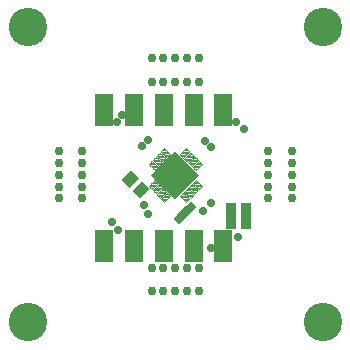
<source format=gbr>
G04 EAGLE Gerber X2 export*
%TF.Part,Single*%
%TF.FileFunction,Soldermask,Bot,1*%
%TF.FilePolarity,Negative*%
%TF.GenerationSoftware,Autodesk,EAGLE,9.0.1*%
%TF.CreationDate,2018-12-20T19:56:33Z*%
G75*
%MOMM*%
%FSLAX34Y34*%
%LPD*%
%AMOC8*
5,1,8,0,0,1.08239X$1,22.5*%
G01*
%ADD10C,3.250000*%
%ADD11C,0.750000*%
%ADD12C,0.125000*%
%ADD13R,2.850000X2.850000*%
%ADD14R,0.950000X1.150000*%
%ADD15C,0.700000*%
%ADD16R,1.520000X2.790000*%
%ADD17R,0.530000X0.680000*%


D10*
X-125000Y-125000D03*
X125000Y-125000D03*
X-125000Y125000D03*
X125000Y125000D03*
D11*
X-20000Y78500D03*
X-10000Y78500D03*
X0Y78500D03*
X10000Y78500D03*
X20000Y78500D03*
X-20000Y98500D03*
X-10000Y98500D03*
X0Y98500D03*
X10000Y98500D03*
X20000Y98500D03*
X-78600Y-19900D03*
X-78600Y-9900D03*
X-78600Y100D03*
X-78600Y10100D03*
X-78600Y20100D03*
X-98600Y-19900D03*
X-98600Y-9900D03*
X-98600Y100D03*
X-98600Y10100D03*
X-98600Y20100D03*
X98500Y-20000D03*
X98500Y-10000D03*
X98500Y0D03*
X98500Y10000D03*
X98500Y20000D03*
X78500Y-20000D03*
X78500Y-10000D03*
X78500Y0D03*
X78500Y10000D03*
X78500Y20000D03*
X-20000Y-98500D03*
X-10000Y-98500D03*
X0Y-98500D03*
X10000Y-98500D03*
X20000Y-98500D03*
X-20000Y-78500D03*
X-10000Y-78500D03*
X0Y-78500D03*
X10000Y-78500D03*
X20000Y-78500D03*
D12*
X12121Y-20175D02*
X6995Y-15049D01*
X12121Y-20175D02*
X9469Y-22827D01*
X4343Y-17701D01*
X6995Y-15049D01*
X8220Y-21578D02*
X10718Y-21578D01*
X11967Y-20329D02*
X6971Y-20329D01*
X5722Y-19080D02*
X11026Y-19080D01*
X9777Y-17831D02*
X4473Y-17831D01*
X5462Y-16582D02*
X8528Y-16582D01*
X7279Y-15333D02*
X6711Y-15333D01*
X10530Y-11514D02*
X15656Y-16640D01*
X13004Y-19292D01*
X7878Y-14166D01*
X10530Y-11514D01*
X11755Y-18043D02*
X14253Y-18043D01*
X15502Y-16794D02*
X10506Y-16794D01*
X9257Y-15545D02*
X14561Y-15545D01*
X13312Y-14296D02*
X8008Y-14296D01*
X8997Y-13047D02*
X12063Y-13047D01*
X10814Y-11798D02*
X10246Y-11798D01*
X14066Y-7978D02*
X19192Y-13104D01*
X16540Y-15756D01*
X11414Y-10630D01*
X14066Y-7978D01*
X15291Y-14507D02*
X17789Y-14507D01*
X19038Y-13258D02*
X14042Y-13258D01*
X12793Y-12009D02*
X18097Y-12009D01*
X16848Y-10760D02*
X11544Y-10760D01*
X12533Y-9511D02*
X15599Y-9511D01*
X14350Y-8262D02*
X13782Y-8262D01*
X17601Y-4443D02*
X22727Y-9569D01*
X20075Y-12221D01*
X14949Y-7095D01*
X17601Y-4443D01*
X18826Y-10972D02*
X21324Y-10972D01*
X22573Y-9723D02*
X17577Y-9723D01*
X16328Y-8474D02*
X21632Y-8474D01*
X20383Y-7225D02*
X15079Y-7225D01*
X16068Y-5976D02*
X19134Y-5976D01*
X17885Y-4727D02*
X17317Y-4727D01*
X-14749Y6695D02*
X-19875Y11821D01*
X-14749Y6695D02*
X-17401Y4043D01*
X-22527Y9169D01*
X-19875Y11821D01*
X-18650Y5292D02*
X-16152Y5292D01*
X-14903Y6541D02*
X-19899Y6541D01*
X-21148Y7790D02*
X-15844Y7790D01*
X-17093Y9039D02*
X-22397Y9039D01*
X-21408Y10288D02*
X-18342Y10288D01*
X-19591Y11537D02*
X-20159Y11537D01*
X-16340Y15356D02*
X-11214Y10230D01*
X-13866Y7578D01*
X-18992Y12704D01*
X-16340Y15356D01*
X-15115Y8827D02*
X-12617Y8827D01*
X-11368Y10076D02*
X-16364Y10076D01*
X-17613Y11325D02*
X-12309Y11325D01*
X-13558Y12574D02*
X-18862Y12574D01*
X-17873Y13823D02*
X-14807Y13823D01*
X-16056Y15072D02*
X-16624Y15072D01*
X-12804Y18892D02*
X-7678Y13766D01*
X-10330Y11114D01*
X-15456Y16240D01*
X-12804Y18892D01*
X-11579Y12363D02*
X-9081Y12363D01*
X-7832Y13612D02*
X-12828Y13612D01*
X-14077Y14861D02*
X-8773Y14861D01*
X-10022Y16110D02*
X-15326Y16110D01*
X-14337Y17359D02*
X-11271Y17359D01*
X-12520Y18608D02*
X-13088Y18608D01*
X-9269Y22427D02*
X-4143Y17301D01*
X-6795Y14649D01*
X-11921Y19775D01*
X-9269Y22427D01*
X-8044Y15898D02*
X-5546Y15898D01*
X-4297Y17147D02*
X-9293Y17147D01*
X-10542Y18396D02*
X-5238Y18396D01*
X-6487Y19645D02*
X-11791Y19645D01*
X-10802Y20894D02*
X-7736Y20894D01*
X-8985Y22143D02*
X-9553Y22143D01*
X6995Y14649D02*
X12121Y19775D01*
X6995Y14649D02*
X4343Y17301D01*
X9469Y22427D01*
X12121Y19775D01*
X8244Y15898D02*
X5746Y15898D01*
X4497Y17147D02*
X9493Y17147D01*
X10742Y18396D02*
X5438Y18396D01*
X6687Y19645D02*
X11991Y19645D01*
X11002Y20894D02*
X7936Y20894D01*
X9185Y22143D02*
X9753Y22143D01*
X15656Y16240D02*
X10530Y11114D01*
X7878Y13766D01*
X13004Y18892D01*
X15656Y16240D01*
X11779Y12363D02*
X9281Y12363D01*
X8032Y13612D02*
X13028Y13612D01*
X14277Y14861D02*
X8973Y14861D01*
X10222Y16110D02*
X15526Y16110D01*
X14537Y17359D02*
X11471Y17359D01*
X12720Y18608D02*
X13288Y18608D01*
X19192Y12704D02*
X14066Y7578D01*
X11414Y10230D01*
X16540Y15356D01*
X19192Y12704D01*
X15315Y8827D02*
X12817Y8827D01*
X11568Y10076D02*
X16564Y10076D01*
X17813Y11325D02*
X12509Y11325D01*
X13758Y12574D02*
X19062Y12574D01*
X18073Y13823D02*
X15007Y13823D01*
X16256Y15072D02*
X16824Y15072D01*
X20075Y11821D02*
X14949Y6695D01*
X20075Y11821D02*
X22727Y9169D01*
X17601Y4043D01*
X14949Y6695D01*
X16352Y5292D02*
X18850Y5292D01*
X20099Y6541D02*
X15103Y6541D01*
X16044Y7790D02*
X21348Y7790D01*
X22597Y9039D02*
X17293Y9039D01*
X18542Y10288D02*
X21608Y10288D01*
X20359Y11537D02*
X19791Y11537D01*
X-14749Y-7095D02*
X-19875Y-12221D01*
X-22527Y-9569D01*
X-17401Y-4443D01*
X-14749Y-7095D01*
X-18626Y-10972D02*
X-21124Y-10972D01*
X-22373Y-9723D02*
X-17377Y-9723D01*
X-16128Y-8474D02*
X-21432Y-8474D01*
X-20183Y-7225D02*
X-14879Y-7225D01*
X-15868Y-5976D02*
X-18934Y-5976D01*
X-17685Y-4727D02*
X-17117Y-4727D01*
X-11214Y-10630D02*
X-16340Y-15756D01*
X-18992Y-13104D01*
X-13866Y-7978D01*
X-11214Y-10630D01*
X-15091Y-14507D02*
X-17589Y-14507D01*
X-18838Y-13258D02*
X-13842Y-13258D01*
X-12593Y-12009D02*
X-17897Y-12009D01*
X-16648Y-10760D02*
X-11344Y-10760D01*
X-12333Y-9511D02*
X-15399Y-9511D01*
X-14150Y-8262D02*
X-13582Y-8262D01*
X-7678Y-14166D02*
X-12804Y-19292D01*
X-15456Y-16640D01*
X-10330Y-11514D01*
X-7678Y-14166D01*
X-11555Y-18043D02*
X-14053Y-18043D01*
X-15302Y-16794D02*
X-10306Y-16794D01*
X-9057Y-15545D02*
X-14361Y-15545D01*
X-13112Y-14296D02*
X-7808Y-14296D01*
X-8797Y-13047D02*
X-11863Y-13047D01*
X-10614Y-11798D02*
X-10046Y-11798D01*
X-6795Y-15049D02*
X-11921Y-20175D01*
X-6795Y-15049D02*
X-4143Y-17701D01*
X-9269Y-22827D01*
X-11921Y-20175D01*
X-10518Y-21578D02*
X-8020Y-21578D01*
X-6771Y-20329D02*
X-11767Y-20329D01*
X-10826Y-19080D02*
X-5522Y-19080D01*
X-4273Y-17831D02*
X-9577Y-17831D01*
X-8328Y-16582D02*
X-5262Y-16582D01*
X-6511Y-15333D02*
X-7079Y-15333D01*
D13*
G36*
X100Y19952D02*
X20252Y-200D01*
X100Y-20352D01*
X-20052Y-200D01*
X100Y19952D01*
G37*
D14*
X47100Y-29700D03*
X60100Y-29700D03*
X47100Y-40200D03*
X60100Y-40200D03*
G36*
X-28097Y-5172D02*
X-21380Y-11889D01*
X-29511Y-20020D01*
X-36228Y-13303D01*
X-28097Y-5172D01*
G37*
G36*
X-37289Y4020D02*
X-30572Y-2697D01*
X-38703Y-10828D01*
X-45420Y-4111D01*
X-37289Y4020D01*
G37*
D15*
X-23200Y29600D03*
X-49600Y44800D03*
X-28500Y24000D03*
X30100Y23900D03*
X58400Y38900D03*
X25600Y28700D03*
X23900Y-30300D03*
X30100Y-62200D03*
X30400Y-23700D03*
X-26500Y-25200D03*
X-53900Y-39800D03*
X-23000Y-33300D03*
X-45000Y50400D03*
X51100Y44900D03*
X52800Y-52400D03*
X-48500Y-46500D03*
D16*
X-34700Y-60200D03*
X-59900Y-60200D03*
X-9500Y-60200D03*
X15700Y-60200D03*
X40900Y-60200D03*
X-34700Y55000D03*
X-59900Y55000D03*
X-9500Y55000D03*
X15700Y55000D03*
X40900Y55000D03*
D17*
G36*
X1926Y-33567D02*
X5673Y-29820D01*
X10480Y-34627D01*
X6733Y-38374D01*
X1926Y-33567D01*
G37*
G36*
X-1680Y-37173D02*
X2067Y-33426D01*
X6874Y-38233D01*
X3127Y-41980D01*
X-1680Y-37173D01*
G37*
G36*
X9226Y-26067D02*
X12973Y-22320D01*
X17780Y-27127D01*
X14033Y-30874D01*
X9226Y-26067D01*
G37*
G36*
X5620Y-29673D02*
X9367Y-25926D01*
X14174Y-30733D01*
X10427Y-34480D01*
X5620Y-29673D01*
G37*
M02*

</source>
